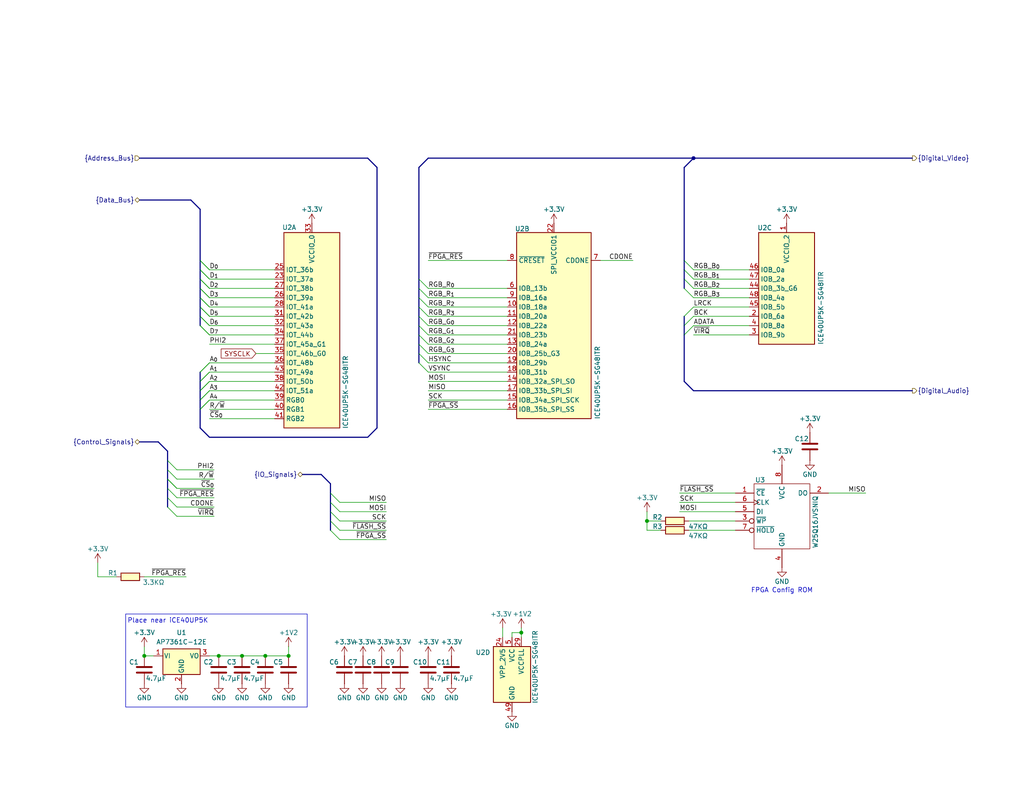
<source format=kicad_sch>
(kicad_sch (version 20231120) (generator "eeschema") (generator_version "8.0")
  (paper "USLetter")
  (lib_symbols
    (symbol "Device:C" (pin_numbers hide) (pin_names (offset 0.254))
      (property "Reference" "C" (at 0.635 2.54 0))
      (property "Value" "C" (at 0.635 -2.54 0))
      (symbol "C_0_1"
        (polyline (pts (xy -2.032 -0.762) (xy 2.032 -0.762)) (stroke (width 0.508)))
        (polyline (pts (xy -2.032 0.762) (xy 2.032 0.762)) (stroke (width 0.508)))
      )
      (symbol "C_1_1"
        (pin passive line (at 0 3.81 270) (length 2.794) (name "~") (number "1"))
        (pin passive line (at 0 -3.81 90) (length 2.794) (name "~") (number "2"))
      )
    )
    (symbol "Device:R" (pin_numbers hide) (pin_names (offset 0))
      (property "Reference" "R" (at 2.032 0 90))
      (property "Value" "R" (at 0 0 90))
      (symbol "R_1_1"
        (rectangle (start -1.016 2.54) (end 1.016 -2.54) (stroke (width 0.254)) (fill (type background)))
        (pin passive line (at 0 3.81 270) (length 1.27) (name "~") (number "1"))
        (pin passive line (at 0 -3.81 90) (length 1.27) (name "~") (number "2"))
      )
    )
    (symbol "FPGA_Lattice:ICE40UP5K-SG48ITR"
      (property "Reference" "U" (at -8.89 -29.21 0))
      (property "Value" "ICE40UP5K-SG48ITR" (at 0 -31.75 0))
      (symbol "ICE40UP5K-SG48ITR_1_1"
        (rectangle (start -7.62 25.4) (end 7.62 -27.94) (stroke (width 0.254)) (fill (type background)))
        (pin bidirectional line (at -10.16 12.7 0) (length 2.54) (name "IOT_37a") (number "23"))
        (pin bidirectional line (at -10.16 15.24 0) (length 2.54) (name "IOT_36b") (number "25"))
        (pin bidirectional line (at -10.16 7.62 0) (length 2.54) (name "IOT_39a") (number "26"))
        (pin bidirectional line (at -10.16 10.16 0) (length 2.54) (name "IOT_38b") (number "27"))
        (pin bidirectional line (at -10.16 5.08 0) (length 2.54) (name "IOT_41a") (number "28"))
        (pin bidirectional line (at -10.16 2.54 0) (length 2.54) (name "IOT_42b") (number "31"))
        (pin bidirectional line (at -10.16 0 0) (length 2.54) (name "IOT_43a") (number "32"))
        (pin power_in line (at 0 27.94 270) (length 2.54) (name "VCCIO_0") (number "33"))
        (pin bidirectional line (at -10.16 -2.54 0) (length 2.54) (name "IOT_44b") (number "34"))
        (pin bidirectional line (at -10.16 -7.62 0) (length 2.54) (name "IOT_46b_G0") (number "35"))
        (pin bidirectional line (at -10.16 -10.16 0) (length 2.54) (name "IOT_48b") (number "36"))
        (pin bidirectional line (at -10.16 -5.08 0) (length 2.54) (name "IOT_45a_G1") (number "37"))
        (pin bidirectional line (at -10.16 -15.24 0) (length 2.54) (name "IOT_50b") (number "38"))
        (pin open_collector line (at -10.16 -20.32 0) (length 2.54) (name "RGB0") (number "39"))
        (pin open_collector line (at -10.16 -22.86 0) (length 2.54) (name "RGB1") (number "40"))
        (pin open_collector line (at -10.16 -25.4 0) (length 2.54) (name "RGB2") (number "41"))
        (pin bidirectional line (at -10.16 -17.78 0) (length 2.54) (name "IOT_51a") (number "42"))
        (pin bidirectional line (at -10.16 -12.7 0) (length 2.54) (name "IOT_49a") (number "43"))
      )
      (symbol "ICE40UP5K-SG48ITR_2_1"
        (rectangle (start -10.16 25.4) (end 10.16 -25.4) (stroke (width 0.254)) (fill (type background)))
        (pin bidirectional line (at -12.7 5.08 0) (length 2.54) (name "IOB_18a") (number "10"))
        (pin bidirectional line (at -12.7 2.54 0) (length 2.54) (name "IOB_20a") (number "11"))
        (pin bidirectional line (at -12.7 0 0) (length 2.54) (name "IOB_22a") (number "12"))
        (pin bidirectional line (at -12.7 -5.08 0) (length 2.54) (name "IOB_24a") (number "13"))
        (pin bidirectional line (at -12.7 -15.24 0) (length 2.54) (name "IOB_32a_SPI_SO") (number "14"))
        (pin bidirectional line (at -12.7 -20.32 0) (length 2.54) (name "IOB_34a_SPI_SCK") (number "15"))
        (pin bidirectional line (at -12.7 -22.86 0) (length 2.54) (name "IOB_35b_SPI_SS") (number "16"))
        (pin bidirectional line (at -12.7 -17.78 0) (length 2.54) (name "IOB_33b_SPI_SI") (number "17"))
        (pin bidirectional line (at -12.7 -12.7 0) (length 2.54) (name "IOB_31b") (number "18"))
        (pin bidirectional line (at -12.7 -10.16 0) (length 2.54) (name "IOB_29b") (number "19"))
        (pin bidirectional line (at -12.7 -7.62 0) (length 2.54) (name "IOB_25b_G3") (number "20"))
        (pin bidirectional line (at -12.7 -2.54 0) (length 2.54) (name "IOB_23b") (number "21"))
        (pin power_in line (at 0 27.94 270) (length 2.54) (name "SPI_VCCIO1") (number "22"))
        (pin bidirectional line (at -12.7 10.16 0) (length 2.54) (name "IOB_13b") (number "6"))
        (pin open_collector line (at 12.7 17.78 180) (length 2.54) (name "CDONE") (number "7"))
        (pin input line (at -12.7 17.78 0) (length 2.54) (name "~{CRESET}") (number "8"))
        (pin bidirectional line (at -12.7 7.62 0) (length 2.54) (name "IOB_16a") (number "9"))
      )
      (symbol "ICE40UP5K-SG48ITR_3_1"
        (rectangle (start -7.62 15.24) (end 7.62 -15.24) (stroke (width 0.254)) (fill (type background)))
        (pin power_in line (at 0 17.78 270) (length 2.54) (name "VCCIO_2") (number "1"))
        (pin bidirectional line (at -10.16 -7.62 0) (length 2.54) (name "IOB_6a") (number "2"))
        (pin bidirectional line (at -10.16 -12.7 0) (length 2.54) (name "IOB_9b") (number "3"))
        (pin bidirectional line (at -10.16 -10.16 0) (length 2.54) (name "IOB_8a") (number "4"))
        (pin bidirectional line (at -10.16 0 0) (length 2.54) (name "IOB_3b_G6") (number "44"))
        (pin bidirectional line (at -10.16 -5.08 0) (length 2.54) (name "IOB_5b") (number "45"))
        (pin bidirectional line (at -10.16 5.08 0) (length 2.54) (name "IOB_0a") (number "46"))
        (pin bidirectional line (at -10.16 2.54 0) (length 2.54) (name "IOB_2a") (number "47"))
        (pin bidirectional line (at -10.16 -2.54 0) (length 2.54) (name "IOB_4a") (number "48"))
      )
      (symbol "ICE40UP5K-SG48ITR_4_1"
        (rectangle (start -5.08 7.62) (end 5.08 -7.62) (stroke (width 0.254)) (fill (type background)))
        (pin power_in line (at -2.54 10.16 270) (length 2.54) (name "VPP_2V5") (number "24"))
        (pin power_out line (at 2.54 10.16 270) (length 2.54) (name "VCCPLL") (number "29"))
        (pin passive line (at 0 10.16 270) (length 2.54) hide (name "VCC") (number "30"))
        (pin power_in line (at 0 -10.16 90) (length 2.54) (name "GND") (number "49"))
        (pin power_in line (at 0 10.16 270) (length 2.54) (name "VCC") (number "5"))
      )
    )
    (symbol "Regulator_Linear:AP7361C-12E" (pin_names (offset 0.254))
      (property "Reference" "U" (at -3.81 3.175 0))
      (property "Value" "AP7361C-12E" (at 0 3.175 0))
      (symbol "AP7361C-12E_0_1"
        (rectangle (start -5.08 -5.08) (end 5.08 1.905) (stroke (width 0.254)) (fill (type background)))
      )
      (symbol "AP7361C-12E_1_1"
        (pin power_in line (at -7.62 0 0) (length 2.54) (name "VI") (number "1"))
        (pin power_in line (at 0 -7.62 90) (length 2.54) (name "GND") (number "2"))
        (pin power_out line (at 7.62 0 180) (length 2.54) (name "VO") (number "3"))
      )
    )
    (symbol "Sentinel 65X - Prototype 4 V2:W25Q16JVSNIQ"
      (property "Reference" "U" (at 0.5606 0.7885 0))
      (property "Value" "W25Q16JVSNIQ" (at 15.1738 -19.0255 0))
      (symbol "W25Q16JVSNIQ_0_1"
        (rectangle (start 0 0) (end 15.24 -17.78))
      )
      (symbol "W25Q16JVSNIQ_1_1"
        (pin input line (at -5.08 -2.54 0) (length 5.08) (name "~{CE}") (number "1"))
        (pin output line (at 20.32 -2.54 180) (length 5.08) (name "DO") (number "2"))
        (pin input inverted (at -5.08 -10.16 0) (length 5.08) (name "~{WP}") (number "3"))
        (pin power_in line (at 7.62 -22.86 90) (length 5.08) (name "GND") (number "4"))
        (pin input line (at -5.08 -7.62 0) (length 5.08) (name "DI") (number "5"))
        (pin input clock (at -5.08 -5.08 0) (length 5.08) (name "CLK") (number "6"))
        (pin input inverted (at -5.08 -12.7 0) (length 5.08) (name "~{HOLD}") (number "7"))
        (pin power_in line (at 7.62 5.08 270) (length 5.08) (name "VCC") (number "8"))
        (pin no_connect line (at -5.08 -15.24 0) (length 5.08) hide (name "NC") (number "9"))
      )
    )
    (symbol "power:+1V2" (power) (pin_numbers hide) (pin_names (offset 0) hide)
      (property "Value" "+1V2" (at 0 3.556 0))
      (symbol "+1V2_0_1"
        (polyline (pts (xy -0.762 1.27) (xy 0 2.54)))
        (polyline (pts (xy 0 0) (xy 0 2.54)))
        (polyline (pts (xy 0 2.54) (xy 0.762 1.27)))
      )
      (symbol "+1V2_1_1"
        (pin power_in line (at 0 0 90) (length 0) (name "~") (number "1"))
      )
    )
    (symbol "power:+3.3V" (power) (pin_numbers hide) (pin_names (offset 0) hide)
      (property "Value" "+3.3V" (at 0 3.556 0))
      (symbol "+3.3V_0_1"
        (polyline (pts (xy -0.762 1.27) (xy 0 2.54)))
        (polyline (pts (xy 0 0) (xy 0 2.54)))
        (polyline (pts (xy 0 2.54) (xy 0.762 1.27)))
      )
      (symbol "+3.3V_1_1"
        (pin power_in line (at 0 0 90) (length 0) (name "~") (number "1"))
      )
    )
    (symbol "power:GND" (power) (pin_numbers hide) (pin_names (offset 0) hide)
      (property "Value" "GND" (at 0 -3.81 0))
      (symbol "GND_0_1"
        (polyline (pts (xy 0 0) (xy 0 -1.27) (xy 1.27 -1.27) (xy 0 -2.54) (xy -1.27 -1.27) (xy 0 -1.27)))
      )
      (symbol "GND_1_1"
        (pin power_in line (at 0 0 270) (length 0) (name "~") (number "1"))
      )
    )
  )
  (junction (at 78.74 179.07))
  (junction (at 39.37 179.07))
  (junction (at 66.04 179.07))
  (junction (at 176.53 142.24))
  (junction (at 59.69 179.07))
  (junction (at 189.23 43.18))
  (junction (at 72.39 179.07))
  (junction (at 142.24 172.72))
  (bus_entry (at 54.61 71.12) (size 2.54 2.54))
  (bus_entry (at 186.69 88.9) (size 2.54 -2.54))
  (bus_entry (at 54.61 81.28) (size 2.54 2.54))
  (bus_entry (at 114.3 83.82) (size 2.54 2.54))
  (bus_entry (at 186.69 73.66) (size 2.54 2.54))
  (bus_entry (at 54.61 86.36) (size 2.54 2.54))
  (bus_entry (at 45.72 130.81) (size 2.54 2.54))
  (bus_entry (at 54.61 86.36) (size 2.54 2.54))
  (bus_entry (at 54.61 106.68) (size 2.54 -2.54))
  (bus_entry (at 54.61 78.74) (size 2.54 2.54))
  (bus_entry (at 54.61 109.22) (size 2.54 -2.54))
  (bus_entry (at 114.3 99.06) (size 2.54 2.54))
  (bus_entry (at 45.72 125.73) (size 2.54 2.54))
  (bus_entry (at 54.61 111.76) (size 2.54 -2.54))
  (bus_entry (at 114.3 91.44) (size 2.54 2.54))
  (bus_entry (at 54.61 88.9) (size 2.54 2.54))
  (bus_entry (at 114.3 76.2) (size 2.54 2.54))
  (bus_entry (at 54.61 104.14) (size 2.54 -2.54))
  (bus_entry (at 54.61 101.6) (size 2.54 -2.54))
  (bus_entry (at 54.61 76.2) (size 2.54 2.54))
  (bus_entry (at 114.3 88.9) (size 2.54 2.54))
  (bus_entry (at 90.17 142.24) (size 2.54 2.54))
  (bus_entry (at 54.61 104.14) (size 2.54 -2.54))
  (bus_entry (at 54.61 101.6) (size 2.54 -2.54))
  (bus_entry (at 114.3 86.36) (size 2.54 2.54))
  (bus_entry (at 90.17 144.78) (size 2.54 2.54))
  (bus_entry (at 54.61 73.66) (size 2.54 2.54))
  (bus_entry (at 114.3 96.52) (size 2.54 2.54))
  (bus_entry (at 54.61 83.82) (size 2.54 2.54))
  (bus_entry (at 54.61 78.74) (size 2.54 2.54))
  (bus_entry (at 114.3 81.28) (size 2.54 2.54))
  (bus_entry (at 186.69 71.12) (size 2.54 2.54))
  (bus_entry (at 54.61 71.12) (size 2.54 2.54))
  (bus_entry (at 186.69 86.36) (size 2.54 -2.54))
  (bus_entry (at 54.61 109.22) (size 2.54 -2.54))
  (bus_entry (at 45.72 133.35) (size 2.54 2.54))
  (bus_entry (at 45.72 130.81) (size 2.54 2.54))
  (bus_entry (at 54.61 76.2) (size 2.54 2.54))
  (bus_entry (at 54.61 111.76) (size 2.54 -2.54))
  (bus_entry (at 45.72 128.27) (size 2.54 2.54))
  (bus_entry (at 90.17 139.7) (size 2.54 2.54))
  (bus_entry (at 45.72 135.89) (size 2.54 2.54))
  (bus_entry (at 90.17 134.62) (size 2.54 2.54))
  (bus_entry (at 114.3 93.98) (size 2.54 2.54))
  (bus_entry (at 186.69 91.44) (size 2.54 -2.54))
  (bus_entry (at 54.61 73.66) (size 2.54 2.54))
  (bus_entry (at 186.69 78.74) (size 2.54 2.54))
  (bus_entry (at 54.61 81.28) (size 2.54 2.54))
  (bus_entry (at 186.69 76.2) (size 2.54 2.54))
  (bus_entry (at 90.17 137.16) (size 2.54 2.54))
  (bus_entry (at 114.3 78.74) (size 2.54 2.54))
  (bus_entry (at 45.72 138.43) (size 2.54 2.54))
  (bus_entry (at 54.61 106.68) (size 2.54 -2.54))
  (bus_entry (at 54.61 88.9) (size 2.54 2.54))
  (bus_entry (at 54.61 83.82) (size 2.54 2.54))
  (wire (pts (xy 176.53 139.7) (xy 176.53 142.24)))
  (bus (pts (xy 38.1 43.18) (xy 100.33 43.18)))
  (wire (pts (xy 92.71 147.32) (xy 105.41 147.32)))
  (wire (pts (xy 176.53 142.24) (xy 176.53 144.78)))
  (wire (pts (xy 69.85 96.52) (xy 74.93 96.52)))
  (wire (pts (xy 189.23 76.2) (xy 204.47 76.2)))
  (bus (pts (xy 82.55 129.54) (xy 87.63 129.54)))
  (bus (pts (xy 54.61 57.15) (xy 52.07 54.61)))
  (wire (pts (xy 57.15 99.06) (xy 74.93 99.06)))
  (wire (pts (xy 92.71 139.7) (xy 105.41 139.7)))
  (wire (pts (xy 57.15 93.98) (xy 74.93 93.98)))
  (bus (pts (xy 90.17 137.16) (xy 90.17 139.7)))
  (wire (pts (xy 116.84 78.74) (xy 138.43 78.74)))
  (bus (pts (xy 114.3 78.74) (xy 114.3 81.28)))
  (wire (pts (xy 48.26 138.43) (xy 58.42 138.43)))
  (wire (pts (xy 189.23 86.36) (xy 204.47 86.36)))
  (bus (pts (xy 114.3 88.9) (xy 114.3 91.44)))
  (wire (pts (xy 57.15 81.28) (xy 74.93 81.28)))
  (wire (pts (xy 57.15 88.9) (xy 74.93 88.9)))
  (wire (pts (xy 116.84 81.28) (xy 138.43 81.28)))
  (wire (pts (xy 189.23 91.44) (xy 204.47 91.44)))
  (bus (pts (xy 43.18 120.65) (xy 45.72 123.19)))
  (bus (pts (xy 54.61 76.2) (xy 54.61 78.74)))
  (wire (pts (xy 48.26 133.35) (xy 58.42 133.35)))
  (bus (pts (xy 54.61 101.6) (xy 54.61 104.14)))
  (bus (pts (xy 114.3 45.72) (xy 116.84 43.18)))
  (wire (pts (xy 185.42 137.16) (xy 200.66 137.16)))
  (wire (pts (xy 66.04 179.07) (xy 72.39 179.07)))
  (wire (pts (xy 142.24 171.45) (xy 142.24 172.72)))
  (wire (pts (xy 57.15 111.76) (xy 74.93 111.76)))
  (wire (pts (xy 57.15 101.6) (xy 74.93 101.6)))
  (bus (pts (xy 54.61 111.76) (xy 54.61 116.84)))
  (bus (pts (xy 186.69 45.72) (xy 189.23 43.18)))
  (wire (pts (xy 116.84 86.36) (xy 138.43 86.36)))
  (bus (pts (xy 186.69 88.9) (xy 186.69 91.44)))
  (bus (pts (xy 186.69 71.12) (xy 186.69 73.66)))
  (wire (pts (xy 48.26 135.89) (xy 58.42 135.89)))
  (wire (pts (xy 187.96 144.78) (xy 200.66 144.78)))
  (wire (pts (xy 176.53 142.24) (xy 180.34 142.24)))
  (wire (pts (xy 57.15 179.07) (xy 59.69 179.07)))
  (wire (pts (xy 57.15 114.3) (xy 74.93 114.3)))
  (bus (pts (xy 116.84 43.18) (xy 189.23 43.18)))
  (bus (pts (xy 38.1 54.61) (xy 52.07 54.61)))
  (bus (pts (xy 102.87 116.84) (xy 100.33 119.38)))
  (wire (pts (xy 142.24 172.72) (xy 142.24 173.99)))
  (wire (pts (xy 57.15 86.36) (xy 74.93 86.36)))
  (wire (pts (xy 116.84 111.76) (xy 138.43 111.76)))
  (wire (pts (xy 189.23 88.9) (xy 204.47 88.9)))
  (bus (pts (xy 54.61 71.12) (xy 54.61 73.66)))
  (bus (pts (xy 54.61 104.14) (xy 54.61 106.68)))
  (wire (pts (xy 57.15 78.74) (xy 74.93 78.74)))
  (bus (pts (xy 38.1 120.65) (xy 43.18 120.65)))
  (wire (pts (xy 39.37 176.53) (xy 39.37 179.07)))
  (wire (pts (xy 116.84 104.14) (xy 138.43 104.14)))
  (bus (pts (xy 189.23 106.68) (xy 248.92 106.68)))
  (bus (pts (xy 114.3 93.98) (xy 114.3 96.52)))
  (wire (pts (xy 189.23 73.66) (xy 204.47 73.66)))
  (bus (pts (xy 114.3 86.36) (xy 114.3 88.9)))
  (bus (pts (xy 102.87 45.72) (xy 102.87 116.84)))
  (bus (pts (xy 87.63 129.54) (xy 90.17 132.08)))
  (bus (pts (xy 186.69 104.14) (xy 189.23 106.68)))
  (wire (pts (xy 48.26 130.81) (xy 58.42 130.81)))
  (wire (pts (xy 50.8 157.48) (xy 39.37 157.48)))
  (bus (pts (xy 90.17 142.24) (xy 90.17 144.78)))
  (wire (pts (xy 57.15 73.66) (xy 74.93 73.66)))
  (bus (pts (xy 54.61 73.66) (xy 54.61 76.2)))
  (wire (pts (xy 116.84 106.68) (xy 138.43 106.68)))
  (wire (pts (xy 189.23 81.28) (xy 204.47 81.28)))
  (wire (pts (xy 72.39 179.07) (xy 78.74 179.07)))
  (wire (pts (xy 116.84 71.12) (xy 138.43 71.12)))
  (wire (pts (xy 172.72 71.12) (xy 163.83 71.12)))
  (wire (pts (xy 57.15 91.44) (xy 74.93 91.44)))
  (wire (pts (xy 116.84 109.22) (xy 138.43 109.22)))
  (bus (pts (xy 114.3 83.82) (xy 114.3 86.36)))
  (wire (pts (xy 48.26 140.97) (xy 58.42 140.97)))
  (bus (pts (xy 45.72 125.73) (xy 45.72 128.27)))
  (bus (pts (xy 54.61 57.15) (xy 54.61 71.12)))
  (bus (pts (xy 114.3 91.44) (xy 114.3 93.98)))
  (bus (pts (xy 54.61 81.28) (xy 54.61 83.82)))
  (wire (pts (xy 116.84 91.44) (xy 138.43 91.44)))
  (wire (pts (xy 236.22 134.62) (xy 226.06 134.62)))
  (wire (pts (xy 116.84 93.98) (xy 138.43 93.98)))
  (bus (pts (xy 186.69 76.2) (xy 186.69 78.74)))
  (wire (pts (xy 139.7 172.72) (xy 142.24 172.72)))
  (bus (pts (xy 114.3 76.2) (xy 114.3 78.74)))
  (bus (pts (xy 54.61 78.74) (xy 54.61 81.28)))
  (bus (pts (xy 45.72 130.81) (xy 45.72 133.35)))
  (wire (pts (xy 185.42 139.7) (xy 200.66 139.7)))
  (wire (pts (xy 189.23 83.82) (xy 204.47 83.82)))
  (wire (pts (xy 78.74 176.53) (xy 78.74 179.07)))
  (bus (pts (xy 189.23 43.18) (xy 248.92 43.18)))
  (bus (pts (xy 57.15 119.38) (xy 54.61 116.84)))
  (bus (pts (xy 54.61 83.82) (xy 54.61 86.36)))
  (bus (pts (xy 186.69 45.72) (xy 186.69 71.12)))
  (bus (pts (xy 54.61 86.36) (xy 54.61 88.9)))
  (wire (pts (xy 176.53 144.78) (xy 180.34 144.78)))
  (bus (pts (xy 54.61 106.68) (xy 54.61 109.22)))
  (bus (pts (xy 114.3 45.72) (xy 114.3 76.2)))
  (bus (pts (xy 90.17 134.62) (xy 90.17 137.16)))
  (bus (pts (xy 54.61 109.22) (xy 54.61 111.76)))
  (bus (pts (xy 90.17 139.7) (xy 90.17 142.24)))
  (wire (pts (xy 116.84 88.9) (xy 138.43 88.9)))
  (bus (pts (xy 186.69 73.66) (xy 186.69 76.2)))
  (bus (pts (xy 186.69 86.36) (xy 186.69 88.9)))
  (wire (pts (xy 26.67 157.48) (xy 31.75 157.48)))
  (wire (pts (xy 92.71 144.78) (xy 105.41 144.78)))
  (wire (pts (xy 57.15 106.68) (xy 74.93 106.68)))
  (bus (pts (xy 102.87 45.72) (xy 100.33 43.18)))
  (bus (pts (xy 114.3 96.52) (xy 114.3 99.06)))
  (wire (pts (xy 92.71 142.24) (xy 105.41 142.24)))
  (wire (pts (xy 26.67 153.67) (xy 26.67 157.48)))
  (wire (pts (xy 137.16 171.45) (xy 137.16 173.99)))
  (wire (pts (xy 57.15 83.82) (xy 74.93 83.82)))
  (wire (pts (xy 116.84 83.82) (xy 138.43 83.82)))
  (bus (pts (xy 45.72 123.19) (xy 45.72 125.73)))
  (bus (pts (xy 186.69 91.44) (xy 186.69 104.14)))
  (bus (pts (xy 45.72 135.89) (xy 45.72 138.43)))
  (bus (pts (xy 114.3 81.28) (xy 114.3 83.82)))
  (wire (pts (xy 116.84 101.6) (xy 138.43 101.6)))
  (bus (pts (xy 57.15 119.38) (xy 100.33 119.38)))
  (wire (pts (xy 39.37 179.07) (xy 41.91 179.07)))
  (wire (pts (xy 92.71 137.16) (xy 105.41 137.16)))
  (wire (pts (xy 57.15 104.14) (xy 74.93 104.14)))
  (wire (pts (xy 185.42 134.62) (xy 200.66 134.62)))
  (wire (pts (xy 116.84 99.06) (xy 138.43 99.06)))
  (wire (pts (xy 187.96 142.24) (xy 200.66 142.24)))
  (wire (pts (xy 48.26 128.27) (xy 58.42 128.27)))
  (bus (pts (xy 90.17 132.08) (xy 90.17 134.62)))
  (wire (pts (xy 139.7 172.72) (xy 139.7 173.99)))
  (wire (pts (xy 116.84 96.52) (xy 138.43 96.52)))
  (wire (pts (xy 189.23 78.74) (xy 204.47 78.74)))
  (wire (pts (xy 57.15 76.2) (xy 74.93 76.2)))
  (wire (pts (xy 57.15 109.22) (xy 74.93 109.22)))
  (bus (pts (xy 45.72 133.35) (xy 45.72 135.89)))
  (bus (pts (xy 45.72 128.27) (xy 45.72 130.81)))
  (wire (pts (xy 59.69 179.07) (xy 66.04 179.07)))
  (rectangle (start 34.29 167.64) (end 83.82 193.04))
  (text "FPGA Config ROM" (at 213.36 161.29 0) (effects (font (size 1.27 1.27))))
  (text "Place near iCE40UP5K" (at 45.8 169.557 0) (effects (font (size 1.27 1.27))))
  (label "RGB_B_{0}" (at 189.23 73.66 0))
  (label "MOSI" (at 185.42 139.7 0))
  (label "RGB_B_{1}" (at 189.23 76.2 0))
  (label "SCK" (at 116.84 109.22 0))
  (label "RGB_B_{2}" (at 189.23 78.74 0))
  (label "RGB_G_{1}" (at 116.84 91.44 0))
  (label "~{FLASH_SS}" (at 185.42 134.62 0))
  (label "~{CS}_{0}" (at 58.42 133.35 180))
  (label "A_{2}" (at 57.15 104.14 0))
  (label "D_{1}" (at 57.15 76.2 0))
  (label "RGB_R_{3}" (at 116.84 86.36 0))
  (label "D_{3}" (at 57.15 81.28 0))
  (label "R{slash}~{W}" (at 58.42 130.81 180))
  (label "~{FPGA_RES}" (at 116.84 71.12 0))
  (label "D_{6}" (at 57.15 88.9 0))
  (label "BCK" (at 189.23 86.36 0))
  (label "A_{1}" (at 57.15 101.6 0))
  (label "~{VIRQ}" (at 189.23 91.44 0))
  (label "SCK" (at 105.41 142.24 180))
  (label "A_{4}" (at 57.15 109.22 0))
  (label "SCK" (at 185.42 137.16 0))
  (label "D_{4}" (at 57.15 83.82 0))
  (label "MOSI" (at 116.84 104.14 0))
  (label "~{FPGA_RES}" (at 58.42 135.89 180))
  (label "RGB_G_{2}" (at 116.84 93.98 0))
  (label "RGB_G_{0}" (at 116.84 88.9 0))
  (label "RGB_G_{3}" (at 116.84 96.52 0))
  (label "MOSI" (at 105.41 139.7 180))
  (label "~{FLASH_SS}" (at 105.41 144.78 180))
  (label "D_{0}" (at 57.15 73.66 0))
  (label "MISO" (at 236.22 134.62 180))
  (label "~{FPGA_SS}" (at 105.41 147.32 180))
  (label "PHI2" (at 58.42 128.27 180))
  (label "A_{0}" (at 57.15 99.06 0))
  (label "A_{3}" (at 57.15 106.68 0))
  (label "CDONE" (at 58.42 138.43 180))
  (label "ADATA" (at 189.23 88.9 0))
  (label "~{FPGA_SS}" (at 116.84 111.76 0))
  (label "PHI2" (at 57.15 93.98 0))
  (label "RGB_R_{2}" (at 116.84 83.82 0))
  (label "D_{2}" (at 57.15 78.74 0))
  (label "~{FPGA_RES}" (at 50.8 157.48 180))
  (label "RGB_B_{3}" (at 189.23 81.28 0))
  (label "VSYNC" (at 116.84 101.6 0))
  (label "D_{7}" (at 57.15 91.44 0))
  (label "RGB_R_{1}" (at 116.84 81.28 0))
  (label "RGB_R_{0}" (at 116.84 78.74 0))
  (label "HSYNC" (at 116.84 99.06 0))
  (label "LRCK" (at 189.23 83.82 0))
  (label "MISO" (at 105.41 137.16 180))
  (label "CDONE" (at 172.72 71.12 180))
  (label "D_{5}" (at 57.15 86.36 0))
  (label "~{VIRQ}" (at 58.42 140.97 180))
  (label "R{slash}~{W}" (at 57.15 111.76 0))
  (label "MISO" (at 116.84 106.68 0))
  (label "~{CS}_{0}" (at 57.15 114.3 0))
  (global_label "SYSCLK" (shape input) (at 69.85 96.52 180) (property "Intersheetrefs" "${INTERSHEET_REFS}" (effects (hide yes))))
  (hierarchical_label "{Control_Signals}" (shape bidirectional) (at 38.1 120.65 180))
  (hierarchical_label "{Digital_Video}" (shape output) (at 248.92 43.18 0))
  (hierarchical_label "{IO_Signals}" (shape bidirectional) (at 82.55 129.54 180))
  (hierarchical_label "{Data_Bus}" (shape tri_state) (at 38.1 54.61 180))
  (hierarchical_label "{Digital_Audio}" (shape output) (at 248.92 106.68 0))
  (hierarchical_label "{Address_Bus}" (shape input) (at 38.1 43.18 180))
  (symbol (lib_id "power:GND") (at 78.74 186.69 0) (unit 1)
    (property "Reference" "#PWR09" (effects (hide yes)))
    (property "Value" "GND" (at 78.74 190.5 0))
    (property "Description" "Power symbol creates a global label with name \"GND\" , ground" (effects (hide yes)))
  )
  (symbol (lib_id "power:+3.3V") (at 213.36 127 0) (unit 1)
    (property "Reference" "#PWR028" (effects (hide yes)))
    (property "Value" "+3.3V" (at 213.36 123.19 0))
    (property "Description" "Power symbol creates a global label with name \"+3.3V\"" (effects (hide yes)))
  )
  (symbol (lib_id "power:GND") (at 116.84 186.69 0) (unit 1)
    (property "Reference" "#PWR020" (effects (hide yes)))
    (property "Value" "GND" (at 116.84 190.5 0))
    (property "Description" "Power symbol creates a global label with name \"GND\" , ground" (effects (hide yes)))
  )
  (symbol (lib_id "power:GND") (at 39.37 186.69 0) (unit 1)
    (property "Reference" "#PWR03" (effects (hide yes)))
    (property "Value" "GND" (at 39.37 190.5 0))
    (property "Description" "Power symbol creates a global label with name \"GND\" , ground" (effects (hide yes)))
  )
  (symbol (lib_id "FPGA_Lattice:ICE40UP5K-SG48ITR") (at 85.09 88.9 0) (unit 1)
    (property "Reference" "U2" (at 76.9959 62.0964 0) (effects (justify left)))
    (property "Value" "ICE40UP5K-SG48ITR" (at 94.2931 117.0806 90) (effects (justify left)))
    (property "Footprint" "Package_DFN_QFN:QFN-48-1EP_7x7mm_P0.5mm_EP5.6x5.6mm" (effects (hide yes)))
    (property "Datasheet" "http://www.latticesemi.com/Products/FPGAandCPLD/iCE40Ultra" (effects (hide yes)))
    (property "Description" "iCE40 UltraPlus FPGA, 5280 LUTs, 1.2V, 48-pin QFN" (effects (hide yes)))
  )
  (symbol (lib_id "FPGA_Lattice:ICE40UP5K-SG48ITR") (at 139.7 184.15 0) (unit 4)
    (property "Reference" "U2" (at 129.7533 178.1224 0) (effects (justify left)))
    (property "Value" "ICE40UP5K-SG48ITR" (at 146.0315 192.0968 90) (effects (justify left)))
    (property "Footprint" "Package_DFN_QFN:QFN-48-1EP_7x7mm_P0.5mm_EP5.6x5.6mm" (effects (hide yes)))
    (property "Datasheet" "http://www.latticesemi.com/Products/FPGAandCPLD/iCE40Ultra" (effects (hide yes)))
    (property "Description" "iCE40 UltraPlus FPGA, 5280 LUTs, 1.2V, 48-pin QFN" (effects (hide yes)))
  )
  (symbol (lib_id "power:+1V2") (at 78.74 176.53 0) (unit 1)
    (property "Reference" "#PWR08" (effects (hide yes)))
    (property "Value" "+1V2" (at 78.74 172.72 0))
    (property "Description" "Power symbol creates a global label with name \"+1V2\"" (effects (hide yes)))
  )
  (symbol (lib_id "Device:C") (at 109.22 182.88 0) (unit 1)
    (property "Reference" "C9" (at 105.024 180.7648 0) (effects (justify left)))
    (property "Value" "CL05A106MQ5NUNC" (effects (hide yes)))
    (property "Footprint" "Capacitor_SMD:C_0402_1005Metric" (effects (hide yes)))
    (property "Description" "Unpolarized capacitor" (effects (hide yes)))
  )
  (symbol (lib_id "power:GND") (at 123.19 186.69 0) (unit 1)
    (property "Reference" "#PWR022" (effects (hide yes)))
    (property "Value" "GND" (at 123.19 190.5 0))
    (property "Description" "Power symbol creates a global label with name \"GND\" , ground" (effects (hide yes)))
  )
  (symbol (lib_id "Device:R") (at 184.15 142.24 90) (unit 1)
    (property "Reference" "R2" (at 179.3944 141.1982 90))
    (property "Value" "47KΩ" (at 190.5131 143.7661 90))
    (property "Footprint" "Resistor_SMD:R_0402_1005Metric" (effects (hide yes)))
    (property "Description" "Resistor" (effects (hide yes)))
  )
  (symbol (lib_id "Device:C") (at 123.19 182.88 0) (unit 1)
    (property "Reference" "C11" (at 118.994 180.7648 0) (effects (justify left)))
    (property "Value" "4.7µF" (at 123.5594 185.2023 0) (effects (justify left)))
    (property "Footprint" "Capacitor_SMD:C_0402_1005Metric" (effects (hide yes)))
    (property "Description" "Unpolarized capacitor" (effects (hide yes)))
  )
  (symbol (lib_id "power:GND") (at 93.98 186.69 0) (unit 1)
    (property "Reference" "#PWR012" (effects (hide yes)))
    (property "Value" "GND" (at 93.98 190.5 0))
    (property "Description" "Power symbol creates a global label with name \"GND\" , ground" (effects (hide yes)))
  )
  (symbol (lib_id "power:+1V2") (at 142.24 171.45 0) (unit 1)
    (property "Reference" "#PWR025" (effects (hide yes)))
    (property "Value" "+1V2" (at 142.49 167.5982 0))
    (property "Description" "Power symbol creates a global label with name \"+1V2\"" (effects (hide yes)))
  )
  (symbol (lib_id "power:+3.3V") (at 93.98 179.07 0) (unit 1)
    (property "Reference" "#PWR011" (effects (hide yes)))
    (property "Value" "+3.3V" (at 93.98 175.26 0))
    (property "Description" "Power symbol creates a global label with name \"+3.3V\"" (effects (hide yes)))
  )
  (symbol (lib_id "power:+3.3V") (at 123.19 179.07 0) (unit 1)
    (property "Reference" "#PWR021" (effects (hide yes)))
    (property "Value" "+3.3V" (at 123.19 175.26 0))
    (property "Description" "Power symbol creates a global label with name \"+3.3V\"" (effects (hide yes)))
  )
  (symbol (lib_id "power:+3.3V") (at 116.84 179.07 0) (unit 1)
    (property "Reference" "#PWR019" (effects (hide yes)))
    (property "Value" "+3.3V" (at 116.84 175.26 0))
    (property "Description" "Power symbol creates a global label with name \"+3.3V\"" (effects (hide yes)))
  )
  (symbol (lib_id "power:GND") (at 59.69 186.69 0) (unit 1)
    (property "Reference" "#PWR05" (effects (hide yes)))
    (property "Value" "GND" (at 59.69 190.5 0))
    (property "Description" "Power symbol creates a global label with name \"GND\" , ground" (effects (hide yes)))
  )
  (symbol (lib_id "Device:C") (at 72.39 182.88 0) (unit 1)
    (property "Reference" "C4" (at 68.194 180.7648 0) (effects (justify left)))
    (property "Value" "CL05A106MQ5NUNC" (effects (hide yes)))
    (property "Footprint" "Capacitor_SMD:C_0402_1005Metric" (effects (hide yes)))
    (property "Description" "Unpolarized capacitor" (effects (hide yes)))
  )
  (symbol (lib_id "power:+3.3V") (at 99.06 179.07 0) (unit 1)
    (property "Reference" "#PWR013" (effects (hide yes)))
    (property "Value" "+3.3V" (at 99.06 175.26 0))
    (property "Description" "Power symbol creates a global label with name \"+3.3V\"" (effects (hide yes)))
  )
  (symbol (lib_id "power:GND") (at 99.06 186.69 0) (unit 1)
    (property "Reference" "#PWR014" (effects (hide yes)))
    (property "Value" "GND" (at 99.06 190.5 0))
    (property "Description" "Power symbol creates a global label with name \"GND\" , ground" (effects (hide yes)))
  )
  (symbol (lib_id "power:+3.3V") (at 137.16 171.45 0) (unit 1)
    (property "Reference" "#PWR023" (effects (hide yes)))
    (property "Value" "+3.3V" (at 136.6888 167.6515 0))
    (property "Description" "Power symbol creates a global label with name \"+3.3V\"" (effects (hide yes)))
  )
  (symbol (lib_id "power:+3.3V") (at 109.22 179.07 0) (unit 1)
    (property "Reference" "#PWR017" (effects (hide yes)))
    (property "Value" "+3.3V" (at 109.22 175.26 0))
    (property "Description" "Power symbol creates a global label with name \"+3.3V\"" (effects (hide yes)))
  )
  (symbol (lib_id "power:GND") (at 213.36 154.94 0) (unit 1)
    (property "Reference" "#PWR029" (effects (hide yes)))
    (property "Value" "GND" (at 213.36 158.75 0))
    (property "Description" "Power symbol creates a global label with name \"GND\" , ground" (effects (hide yes)))
  )
  (symbol (lib_id "power:GND") (at 66.04 186.69 0) (unit 1)
    (property "Reference" "#PWR06" (effects (hide yes)))
    (property "Value" "GND" (at 66.04 190.5 0))
    (property "Description" "Power symbol creates a global label with name \"GND\" , ground" (effects (hide yes)))
  )
  (symbol (lib_id "power:+3.3V") (at 214.63 60.96 0) (unit 1)
    (property "Reference" "#PWR030" (effects (hide yes)))
    (property "Value" "+3.3V" (at 214.63 57.15 0))
    (property "Description" "Power symbol creates a global label with name \"+3.3V\"" (effects (hide yes)))
  )
  (symbol (lib_id "power:+3.3V") (at 39.37 176.53 0) (unit 1)
    (property "Reference" "#PWR02" (effects (hide yes)))
    (property "Value" "+3.3V" (at 39.37 172.72 0))
    (property "Description" "Power symbol creates a global label with name \"+3.3V\"" (effects (hide yes)))
  )
  (symbol (lib_id "Device:C") (at 220.98 121.92 0) (unit 1)
    (property "Reference" "C12" (at 216.784 119.8048 0) (effects (justify left)))
    (property "Value" "CL05A106MQ5NUNC" (effects (hide yes)))
    (property "Footprint" "Capacitor_SMD:C_0402_1005Metric" (effects (hide yes)))
    (property "Description" "Unpolarized capacitor" (effects (hide yes)))
  )
  (symbol (lib_id "Device:C") (at 104.14 182.88 0) (unit 1)
    (property "Reference" "C8" (at 99.944 180.7648 0) (effects (justify left)))
    (property "Value" "CL05A106MQ5NUNC" (effects (hide yes)))
    (property "Footprint" "Capacitor_SMD:C_0402_1005Metric" (effects (hide yes)))
    (property "Description" "Unpolarized capacitor" (effects (hide yes)))
  )
  (symbol (lib_id "Device:R") (at 184.15 144.78 90) (unit 1)
    (property "Reference" "R3" (at 179.3944 143.7382 90))
    (property "Value" "47KΩ" (at 190.5131 146.3061 90))
    (property "Footprint" "Resistor_SMD:R_0402_1005Metric" (effects (hide yes)))
    (property "Description" "Resistor" (effects (hide yes)))
  )
  (symbol (lib_id "power:+3.3V") (at 104.14 179.07 0) (unit 1)
    (property "Reference" "#PWR015" (effects (hide yes)))
    (property "Value" "+3.3V" (at 104.14 175.26 0))
    (property "Description" "Power symbol creates a global label with name \"+3.3V\"" (effects (hide yes)))
  )
  (symbol (lib_id "Regulator_Linear:AP7361C-12E") (at 49.53 179.07 0) (unit 1)
    (property "Reference" "U1" (at 49.53 172.72 0))
    (property "Value" "AP7361C-12E" (at 49.53 175.26 0))
    (property "Footprint" "Package_TO_SOT_SMD:SOT-223-3_TabPin2" (effects (hide yes)))
    (property "Datasheet" "https://www.diodes.com/assets/Datasheets/AP7361C.pdf" (effects (hide yes)))
    (property "Description" "1A Low Dropout regulator, positive, 1.2V fixed output, SOT-223" (effects (hide yes)))
  )
  (symbol (lib_id "power:+3.3V") (at 151.13 60.96 0) (unit 1)
    (property "Reference" "#PWR026" (effects (hide yes)))
    (property "Value" "+3.3V" (at 151.13 57.15 0))
    (property "Description" "Power symbol creates a global label with name \"+3.3V\"" (effects (hide yes)))
  )
  (symbol (lib_id "power:GND") (at 109.22 186.69 0) (unit 1)
    (property "Reference" "#PWR018" (effects (hide yes)))
    (property "Value" "GND" (at 109.22 190.5 0))
    (property "Description" "Power symbol creates a global label with name \"GND\" , ground" (effects (hide yes)))
  )
  (symbol (lib_id "power:+3.3V") (at 26.67 153.67 0) (unit 1)
    (property "Reference" "#PWR01" (effects (hide yes)))
    (property "Value" "+3.3V" (at 26.67 149.86 0))
    (property "Description" "Power symbol creates a global label with name \"+3.3V\"" (effects (hide yes)))
  )
  (symbol (lib_id "Device:C") (at 78.74 182.88 0) (unit 1)
    (property "Reference" "C5" (at 74.544 180.7648 0) (effects (justify left)))
    (property "Value" "CL05A106MQ5NUNC" (effects (hide yes)))
    (property "Footprint" "Capacitor_SMD:C_0402_1005Metric" (effects (hide yes)))
    (property "Description" "Unpolarized capacitor" (effects (hide yes)))
  )
  (symbol (lib_id "power:GND") (at 72.39 186.69 0) (unit 1)
    (property "Reference" "#PWR07" (effects (hide yes)))
    (property "Value" "GND" (at 72.39 190.5 0))
    (property "Description" "Power symbol creates a global label with name \"GND\" , ground" (effects (hide yes)))
  )
  (symbol (lib_id "Device:R") (at 35.56 157.48 90) (unit 1)
    (property "Reference" "R1" (at 30.8044 156.4382 90))
    (property "Value" "3.3KΩ" (at 41.9231 159.0061 90))
    (property "Footprint" "Resistor_SMD:R_0402_1005Metric" (effects (hide yes)))
    (property "Description" "Resistor" (effects (hide yes)))
  )
  (symbol (lib_id "power:GND") (at 104.14 186.69 0) (unit 1)
    (property "Reference" "#PWR016" (effects (hide yes)))
    (property "Value" "GND" (at 104.14 190.5 0))
    (property "Description" "Power symbol creates a global label with name \"GND\" , ground" (effects (hide yes)))
  )
  (symbol (lib_id "Device:C") (at 116.84 182.88 0) (unit 1)
    (property "Reference" "C10" (at 112.644 180.7648 0) (effects (justify left)))
    (property "Value" "4.7µF" (at 117.2094 185.2023 0) (effects (justify left)))
    (property "Footprint" "Capacitor_SMD:C_0402_1005Metric" (effects (hide yes)))
    (property "Description" "Unpolarized capacitor" (effects (hide yes)))
  )
  (symbol (lib_id "Device:C") (at 99.06 182.88 0) (unit 1)
    (property "Reference" "C7" (at 94.864 180.7648 0) (effects (justify left)))
    (property "Value" "CL05A106MQ5NUNC" (effects (hide yes)))
    (property "Footprint" "Capacitor_SMD:C_0402_1005Metric" (effects (hide yes)))
    (property "Description" "Unpolarized capacitor" (effects (hide yes)))
  )
  (symbol (lib_id "FPGA_Lattice:ICE40UP5K-SG48ITR") (at 214.63 78.74 0) (unit 3)
    (property "Reference" "U2" (at 206.6426 62.1915 0) (effects (justify left)))
    (property "Value" "ICE40UP5K-SG48ITR" (at 223.965 94.1107 90) (effects (justify left)))
    (property "Footprint" "Package_DFN_QFN:QFN-48-1EP_7x7mm_P0.5mm_EP5.6x5.6mm" (effects (hide yes)))
    (property "Datasheet" "http://www.latticesemi.com/Products/FPGAandCPLD/iCE40Ultra" (effects (hide yes)))
    (property "Description" "iCE40 UltraPlus FPGA, 5280 LUTs, 1.2V, 48-pin QFN" (effects (hide yes)))
  )
  (symbol (lib_id "power:+3.3V") (at 220.98 118.11 0) (unit 1)
    (property "Reference" "#PWR031" (effects (hide yes)))
    (property "Value" "+3.3V" (at 220.98 114.3 0))
    (property "Description" "Power symbol creates a global label with name \"+3.3V\"" (effects (hide yes)))
  )
  (symbol (lib_id "power:+3.3V") (at 85.09 60.96 0) (unit 1)
    (property "Reference" "#PWR010" (effects (hide yes)))
    (property "Value" "+3.3V" (at 85.09 57.15 0))
    (property "Description" "Power symbol creates a global label with name \"+3.3V\"" (effects (hide yes)))
  )
  (symbol (lib_id "power:GND") (at 49.53 186.69 0) (unit 1)
    (property "Reference" "#PWR04" (effects (hide yes)))
    (property "Value" "GND" (at 49.53 190.5 0))
    (property "Description" "Power symbol creates a global label with name \"GND\" , ground" (effects (hide yes)))
  )
  (symbol (lib_id "Device:C") (at 59.69 182.88 0) (unit 1)
    (property "Reference" "C2" (at 55.494 180.7648 0) (effects (justify left)))
    (property "Value" "4.7µF" (at 60.0594 185.2023 0) (effects (justify left)))
    (property "Footprint" "Capacitor_SMD:C_0402_1005Metric" (effects (hide yes)))
    (property "Description" "Unpolarized capacitor" (effects (hide yes)))
  )
  (symbol (lib_id "power:+3.3V") (at 176.53 139.7 0) (unit 1)
    (property "Reference" "#PWR027" (effects (hide yes)))
    (property "Value" "+3.3V" (at 176.53 135.89 0))
    (property "Description" "Power symbol creates a global label with name \"+3.3V\"" (effects (hide yes)))
  )
  (symbol (lib_id "Device:C") (at 93.98 182.88 0) (unit 1)
    (property "Reference" "C6" (at 89.784 180.7648 0) (effects (justify left)))
    (property "Value" "CL05A106MQ5NUNC" (effects (hide yes)))
    (property "Footprint" "Capacitor_SMD:C_0402_1005Metric" (effects (hide yes)))
    (property "Description" "Unpolarized capacitor" (effects (hide yes)))
  )
  (symbol (lib_id "Device:C") (at 39.37 182.88 0) (unit 1)
    (property "Reference" "C1" (at 35.174 180.7648 0) (effects (justify left)))
    (property "Value" "4.7µF" (at 39.7394 185.2023 0) (effects (justify left)))
    (property "Footprint" "Capacitor_SMD:C_0402_1005Metric" (effects (hide yes)))
    (property "Description" "Unpolarized capacitor" (effects (hide yes)))
  )
  (symbol (lib_id "FPGA_Lattice:ICE40UP5K-SG48ITR") (at 151.13 88.9 0) (unit 2)
    (property "Reference" "U2" (at 142.507 62.4679 0))
    (property "Value" "ICE40UP5K-SG48ITR" (at 163.0319 104.4565 90))
    (property "Footprint" "Package_DFN_QFN:QFN-48-1EP_7x7mm_P0.5mm_EP5.6x5.6mm" (effects (hide yes)))
    (property "Datasheet" "http://www.latticesemi.com/Products/FPGAandCPLD/iCE40Ultra" (effects (hide yes)))
    (property "Description" "iCE40 UltraPlus FPGA, 5280 LUTs, 1.2V, 48-pin QFN" (effects (hide yes)))
  )
  (symbol (lib_id "power:GND") (at 139.7 194.31 0) (unit 1)
    (property "Reference" "#PWR024" (effects (hide yes)))
    (property "Value" "GND" (at 139.7 198.12 0))
    (property "Description" "Power symbol creates a global label with name \"GND\" , ground" (effects (hide yes)))
  )
  (symbol (lib_id "Sentinel 65X - Prototype 4 V2:W25Q16JVSNIQ") (at 205.74 132.08 0) (unit 1)
    (property "Reference" "U3" (at 207.4026 131.0406 0))
    (property "Value" "W25Q16JVSNIQ" (at 222.4653 142.5063 90))
    (property "Footprint" "Package_SO:SOIC-8-1EP_3.9x4.9mm_P1.27mm_EP2.29x3mm" (effects (hide yes)))
    (property "Datasheet" "https://www.mouser.ca/datasheet/2/949/w25q16jv_spi_revg_03222018_plus-1489727.pdf" (effects (hide yes)))
    (property "Description" "3V 16M-BIT SERIAL FLASH MEMORY WITH DUAL/QUAD SPI" (effects (hide yes)))
  )
  (symbol (lib_id "power:GND") (at 220.98 125.73 0) (unit 1)
    (property "Reference" "#PWR032" (effects (hide yes)))
    (property "Value" "GND" (at 220.98 129.54 0))
    (property "Description" "Power symbol creates a global label with name \"GND\" , ground" (effects (hide yes)))
  )
  (symbol (lib_id "Device:C") (at 66.04 182.88 0) (unit 1)
    (property "Reference" "C3" (at 61.844 180.7648 0) (effects (justify left)))
    (property "Value" "4.7µF" (at 66.4094 185.2023 0) (effects (justify left)))
    (property "Footprint" "Capacitor_SMD:C_0402_1005Metric" (effects (hide yes)))
    (property "Description" "Unpolarized capacitor" (effects (hide yes)))
  )
)
</source>
